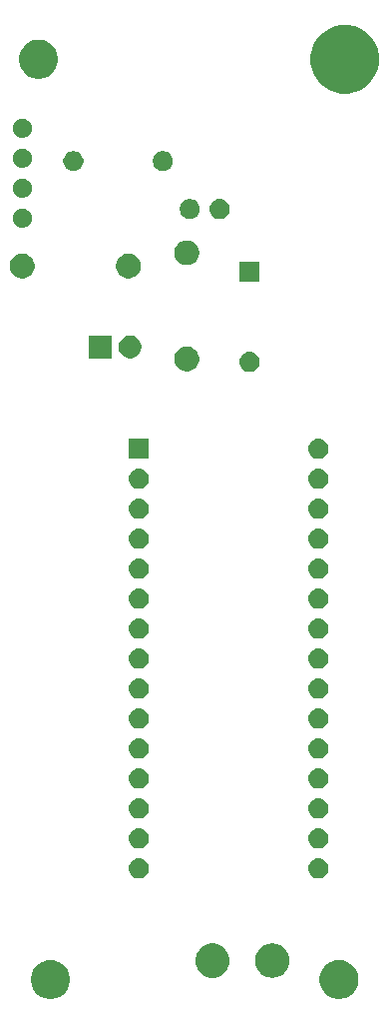
<source format=gbr>
G04 #@! TF.GenerationSoftware,KiCad,Pcbnew,5.0.2-bee76a0~70~ubuntu18.04.1*
G04 #@! TF.CreationDate,2019-09-26T12:35:27+02:00*
G04 #@! TF.ProjectId,mozzi_theremin_circuit,6d6f7a7a-695f-4746-9865-72656d696e5f,rev?*
G04 #@! TF.SameCoordinates,Original*
G04 #@! TF.FileFunction,Soldermask,Top*
G04 #@! TF.FilePolarity,Negative*
%FSLAX46Y46*%
G04 Gerber Fmt 4.6, Leading zero omitted, Abs format (unit mm)*
G04 Created by KiCad (PCBNEW 5.0.2-bee76a0~70~ubuntu18.04.1) date Thu 26 Sep 2019 12:35:27 PM CEST*
%MOMM*%
%LPD*%
G01*
G04 APERTURE LIST*
%ADD10C,0.100000*%
G04 APERTURE END LIST*
D10*
G36*
X118368730Y-132890000D02*
X118481579Y-132912447D01*
X118694037Y-133000450D01*
X118772405Y-133032911D01*
X118782042Y-133036903D01*
X118987886Y-133174444D01*
X119052454Y-133217587D01*
X119282413Y-133447546D01*
X119282415Y-133447549D01*
X119451121Y-133700034D01*
X119463098Y-133717960D01*
X119587553Y-134018422D01*
X119651000Y-134337389D01*
X119651000Y-134662611D01*
X119587553Y-134981578D01*
X119463098Y-135282040D01*
X119282413Y-135552454D01*
X119052454Y-135782413D01*
X119052451Y-135782415D01*
X118782042Y-135963097D01*
X118481579Y-136087553D01*
X118375256Y-136108702D01*
X118162611Y-136151000D01*
X117837389Y-136151000D01*
X117624744Y-136108702D01*
X117518421Y-136087553D01*
X117217958Y-135963097D01*
X116947549Y-135782415D01*
X116947546Y-135782413D01*
X116717587Y-135552454D01*
X116536902Y-135282040D01*
X116412447Y-134981578D01*
X116349000Y-134662611D01*
X116349000Y-134337389D01*
X116412447Y-134018422D01*
X116536902Y-133717960D01*
X116548880Y-133700034D01*
X116717585Y-133447549D01*
X116717587Y-133447546D01*
X116947546Y-133217587D01*
X117012114Y-133174444D01*
X117217958Y-133036903D01*
X117227596Y-133032911D01*
X117305963Y-133000450D01*
X117518421Y-132912447D01*
X117631270Y-132890000D01*
X117837389Y-132849000D01*
X118162611Y-132849000D01*
X118368730Y-132890000D01*
X118368730Y-132890000D01*
G37*
G36*
X93868730Y-132890000D02*
X93981579Y-132912447D01*
X94194037Y-133000450D01*
X94272405Y-133032911D01*
X94282042Y-133036903D01*
X94487886Y-133174444D01*
X94552454Y-133217587D01*
X94782413Y-133447546D01*
X94782415Y-133447549D01*
X94951121Y-133700034D01*
X94963098Y-133717960D01*
X95087553Y-134018422D01*
X95151000Y-134337389D01*
X95151000Y-134662611D01*
X95087553Y-134981578D01*
X94963098Y-135282040D01*
X94782413Y-135552454D01*
X94552454Y-135782413D01*
X94552451Y-135782415D01*
X94282042Y-135963097D01*
X93981579Y-136087553D01*
X93875256Y-136108702D01*
X93662611Y-136151000D01*
X93337389Y-136151000D01*
X93124744Y-136108702D01*
X93018421Y-136087553D01*
X92717958Y-135963097D01*
X92447549Y-135782415D01*
X92447546Y-135782413D01*
X92217587Y-135552454D01*
X92036902Y-135282040D01*
X91912447Y-134981578D01*
X91849000Y-134662611D01*
X91849000Y-134337389D01*
X91912447Y-134018422D01*
X92036902Y-133717960D01*
X92048880Y-133700034D01*
X92217585Y-133447549D01*
X92217587Y-133447546D01*
X92447546Y-133217587D01*
X92512114Y-133174444D01*
X92717958Y-133036903D01*
X92727596Y-133032911D01*
X92805963Y-133000450D01*
X93018421Y-132912447D01*
X93131270Y-132890000D01*
X93337389Y-132849000D01*
X93662611Y-132849000D01*
X93868730Y-132890000D01*
X93868730Y-132890000D01*
G37*
G36*
X112517861Y-131449498D02*
X112624446Y-131459995D01*
X112806789Y-131515308D01*
X112897961Y-131542965D01*
X113012410Y-131604140D01*
X113150033Y-131677701D01*
X113370976Y-131859024D01*
X113552298Y-132079966D01*
X113687035Y-132332039D01*
X113687035Y-132332040D01*
X113770005Y-132605554D01*
X113798020Y-132890000D01*
X113770005Y-133174446D01*
X113756918Y-133217587D01*
X113687035Y-133447961D01*
X113615016Y-133582697D01*
X113552299Y-133700033D01*
X113370976Y-133920976D01*
X113150033Y-134102299D01*
X113032697Y-134165016D01*
X112897961Y-134237035D01*
X112806789Y-134264692D01*
X112624446Y-134320005D01*
X112517861Y-134330503D01*
X112411278Y-134341000D01*
X112268722Y-134341000D01*
X112162139Y-134330503D01*
X112055554Y-134320005D01*
X111873211Y-134264692D01*
X111782039Y-134237035D01*
X111647303Y-134165016D01*
X111529967Y-134102299D01*
X111309024Y-133920976D01*
X111127701Y-133700033D01*
X111064984Y-133582697D01*
X110992965Y-133447961D01*
X110923082Y-133217587D01*
X110909995Y-133174446D01*
X110881980Y-132890000D01*
X110909995Y-132605554D01*
X110992965Y-132332040D01*
X110992965Y-132332039D01*
X111127702Y-132079966D01*
X111309024Y-131859024D01*
X111529967Y-131677701D01*
X111667590Y-131604140D01*
X111782039Y-131542965D01*
X111873211Y-131515308D01*
X112055554Y-131459995D01*
X112162139Y-131449498D01*
X112268722Y-131439000D01*
X112411278Y-131439000D01*
X112517861Y-131449498D01*
X112517861Y-131449498D01*
G37*
G36*
X107683238Y-131494760D02*
X107683240Y-131494761D01*
X107683241Y-131494761D01*
X107947306Y-131604140D01*
X108057399Y-131677702D01*
X108184962Y-131762937D01*
X108387063Y-131965038D01*
X108387065Y-131965041D01*
X108545860Y-132202694D01*
X108655239Y-132466759D01*
X108655240Y-132466762D01*
X108711000Y-132747088D01*
X108711000Y-133032912D01*
X108682848Y-133174444D01*
X108655239Y-133313241D01*
X108545860Y-133577306D01*
X108451879Y-133717958D01*
X108387063Y-133814962D01*
X108184962Y-134017063D01*
X108184959Y-134017065D01*
X107947306Y-134175860D01*
X107683241Y-134285239D01*
X107683240Y-134285239D01*
X107683238Y-134285240D01*
X107402912Y-134341000D01*
X107117088Y-134341000D01*
X106836762Y-134285240D01*
X106836760Y-134285239D01*
X106836759Y-134285239D01*
X106572694Y-134175860D01*
X106335041Y-134017065D01*
X106335038Y-134017063D01*
X106132937Y-133814962D01*
X106068121Y-133717958D01*
X105974140Y-133577306D01*
X105864761Y-133313241D01*
X105837153Y-133174444D01*
X105809000Y-133032912D01*
X105809000Y-132747088D01*
X105864760Y-132466762D01*
X105864761Y-132466759D01*
X105974140Y-132202694D01*
X106132935Y-131965041D01*
X106132937Y-131965038D01*
X106335038Y-131762937D01*
X106462601Y-131677702D01*
X106572694Y-131604140D01*
X106836759Y-131494761D01*
X106836760Y-131494761D01*
X106836762Y-131494760D01*
X107117088Y-131439000D01*
X107402912Y-131439000D01*
X107683238Y-131494760D01*
X107683238Y-131494760D01*
G37*
G36*
X101188011Y-124246227D02*
X101188014Y-124246228D01*
X101188015Y-124246228D01*
X101348429Y-124294889D01*
X101348431Y-124294890D01*
X101348434Y-124294891D01*
X101496268Y-124373909D01*
X101625849Y-124480255D01*
X101732195Y-124609836D01*
X101811213Y-124757670D01*
X101859877Y-124918093D01*
X101876307Y-125084914D01*
X101859877Y-125251735D01*
X101811213Y-125412158D01*
X101732195Y-125559992D01*
X101625849Y-125689573D01*
X101496268Y-125795919D01*
X101348434Y-125874937D01*
X101348431Y-125874938D01*
X101348429Y-125874939D01*
X101188015Y-125923600D01*
X101188014Y-125923600D01*
X101188011Y-125923601D01*
X101062994Y-125935914D01*
X100979386Y-125935914D01*
X100854369Y-125923601D01*
X100854366Y-125923600D01*
X100854365Y-125923600D01*
X100693951Y-125874939D01*
X100693949Y-125874938D01*
X100693946Y-125874937D01*
X100546112Y-125795919D01*
X100416531Y-125689573D01*
X100310185Y-125559992D01*
X100231167Y-125412158D01*
X100182503Y-125251735D01*
X100166073Y-125084914D01*
X100182503Y-124918093D01*
X100231167Y-124757670D01*
X100310185Y-124609836D01*
X100416531Y-124480255D01*
X100546112Y-124373909D01*
X100693946Y-124294891D01*
X100693949Y-124294890D01*
X100693951Y-124294889D01*
X100854365Y-124246228D01*
X100854366Y-124246228D01*
X100854369Y-124246227D01*
X100979386Y-124233914D01*
X101062994Y-124233914D01*
X101188011Y-124246227D01*
X101188011Y-124246227D01*
G37*
G36*
X116428011Y-124246227D02*
X116428014Y-124246228D01*
X116428015Y-124246228D01*
X116588429Y-124294889D01*
X116588431Y-124294890D01*
X116588434Y-124294891D01*
X116736268Y-124373909D01*
X116865849Y-124480255D01*
X116972195Y-124609836D01*
X117051213Y-124757670D01*
X117099877Y-124918093D01*
X117116307Y-125084914D01*
X117099877Y-125251735D01*
X117051213Y-125412158D01*
X116972195Y-125559992D01*
X116865849Y-125689573D01*
X116736268Y-125795919D01*
X116588434Y-125874937D01*
X116588431Y-125874938D01*
X116588429Y-125874939D01*
X116428015Y-125923600D01*
X116428014Y-125923600D01*
X116428011Y-125923601D01*
X116302994Y-125935914D01*
X116219386Y-125935914D01*
X116094369Y-125923601D01*
X116094366Y-125923600D01*
X116094365Y-125923600D01*
X115933951Y-125874939D01*
X115933949Y-125874938D01*
X115933946Y-125874937D01*
X115786112Y-125795919D01*
X115656531Y-125689573D01*
X115550185Y-125559992D01*
X115471167Y-125412158D01*
X115422503Y-125251735D01*
X115406073Y-125084914D01*
X115422503Y-124918093D01*
X115471167Y-124757670D01*
X115550185Y-124609836D01*
X115656531Y-124480255D01*
X115786112Y-124373909D01*
X115933946Y-124294891D01*
X115933949Y-124294890D01*
X115933951Y-124294889D01*
X116094365Y-124246228D01*
X116094366Y-124246228D01*
X116094369Y-124246227D01*
X116219386Y-124233914D01*
X116302994Y-124233914D01*
X116428011Y-124246227D01*
X116428011Y-124246227D01*
G37*
G36*
X116428011Y-121706227D02*
X116428014Y-121706228D01*
X116428015Y-121706228D01*
X116588429Y-121754889D01*
X116588431Y-121754890D01*
X116588434Y-121754891D01*
X116736268Y-121833909D01*
X116865849Y-121940255D01*
X116972195Y-122069836D01*
X117051213Y-122217670D01*
X117099877Y-122378093D01*
X117116307Y-122544914D01*
X117099877Y-122711735D01*
X117051213Y-122872158D01*
X116972195Y-123019992D01*
X116865849Y-123149573D01*
X116736268Y-123255919D01*
X116588434Y-123334937D01*
X116588431Y-123334938D01*
X116588429Y-123334939D01*
X116428015Y-123383600D01*
X116428014Y-123383600D01*
X116428011Y-123383601D01*
X116302994Y-123395914D01*
X116219386Y-123395914D01*
X116094369Y-123383601D01*
X116094366Y-123383600D01*
X116094365Y-123383600D01*
X115933951Y-123334939D01*
X115933949Y-123334938D01*
X115933946Y-123334937D01*
X115786112Y-123255919D01*
X115656531Y-123149573D01*
X115550185Y-123019992D01*
X115471167Y-122872158D01*
X115422503Y-122711735D01*
X115406073Y-122544914D01*
X115422503Y-122378093D01*
X115471167Y-122217670D01*
X115550185Y-122069836D01*
X115656531Y-121940255D01*
X115786112Y-121833909D01*
X115933946Y-121754891D01*
X115933949Y-121754890D01*
X115933951Y-121754889D01*
X116094365Y-121706228D01*
X116094366Y-121706228D01*
X116094369Y-121706227D01*
X116219386Y-121693914D01*
X116302994Y-121693914D01*
X116428011Y-121706227D01*
X116428011Y-121706227D01*
G37*
G36*
X101188011Y-121706227D02*
X101188014Y-121706228D01*
X101188015Y-121706228D01*
X101348429Y-121754889D01*
X101348431Y-121754890D01*
X101348434Y-121754891D01*
X101496268Y-121833909D01*
X101625849Y-121940255D01*
X101732195Y-122069836D01*
X101811213Y-122217670D01*
X101859877Y-122378093D01*
X101876307Y-122544914D01*
X101859877Y-122711735D01*
X101811213Y-122872158D01*
X101732195Y-123019992D01*
X101625849Y-123149573D01*
X101496268Y-123255919D01*
X101348434Y-123334937D01*
X101348431Y-123334938D01*
X101348429Y-123334939D01*
X101188015Y-123383600D01*
X101188014Y-123383600D01*
X101188011Y-123383601D01*
X101062994Y-123395914D01*
X100979386Y-123395914D01*
X100854369Y-123383601D01*
X100854366Y-123383600D01*
X100854365Y-123383600D01*
X100693951Y-123334939D01*
X100693949Y-123334938D01*
X100693946Y-123334937D01*
X100546112Y-123255919D01*
X100416531Y-123149573D01*
X100310185Y-123019992D01*
X100231167Y-122872158D01*
X100182503Y-122711735D01*
X100166073Y-122544914D01*
X100182503Y-122378093D01*
X100231167Y-122217670D01*
X100310185Y-122069836D01*
X100416531Y-121940255D01*
X100546112Y-121833909D01*
X100693946Y-121754891D01*
X100693949Y-121754890D01*
X100693951Y-121754889D01*
X100854365Y-121706228D01*
X100854366Y-121706228D01*
X100854369Y-121706227D01*
X100979386Y-121693914D01*
X101062994Y-121693914D01*
X101188011Y-121706227D01*
X101188011Y-121706227D01*
G37*
G36*
X116428011Y-119166227D02*
X116428014Y-119166228D01*
X116428015Y-119166228D01*
X116588429Y-119214889D01*
X116588431Y-119214890D01*
X116588434Y-119214891D01*
X116736268Y-119293909D01*
X116865849Y-119400255D01*
X116972195Y-119529836D01*
X117051213Y-119677670D01*
X117099877Y-119838093D01*
X117116307Y-120004914D01*
X117099877Y-120171735D01*
X117051213Y-120332158D01*
X116972195Y-120479992D01*
X116865849Y-120609573D01*
X116736268Y-120715919D01*
X116588434Y-120794937D01*
X116588431Y-120794938D01*
X116588429Y-120794939D01*
X116428015Y-120843600D01*
X116428014Y-120843600D01*
X116428011Y-120843601D01*
X116302994Y-120855914D01*
X116219386Y-120855914D01*
X116094369Y-120843601D01*
X116094366Y-120843600D01*
X116094365Y-120843600D01*
X115933951Y-120794939D01*
X115933949Y-120794938D01*
X115933946Y-120794937D01*
X115786112Y-120715919D01*
X115656531Y-120609573D01*
X115550185Y-120479992D01*
X115471167Y-120332158D01*
X115422503Y-120171735D01*
X115406073Y-120004914D01*
X115422503Y-119838093D01*
X115471167Y-119677670D01*
X115550185Y-119529836D01*
X115656531Y-119400255D01*
X115786112Y-119293909D01*
X115933946Y-119214891D01*
X115933949Y-119214890D01*
X115933951Y-119214889D01*
X116094365Y-119166228D01*
X116094366Y-119166228D01*
X116094369Y-119166227D01*
X116219386Y-119153914D01*
X116302994Y-119153914D01*
X116428011Y-119166227D01*
X116428011Y-119166227D01*
G37*
G36*
X101188011Y-119166227D02*
X101188014Y-119166228D01*
X101188015Y-119166228D01*
X101348429Y-119214889D01*
X101348431Y-119214890D01*
X101348434Y-119214891D01*
X101496268Y-119293909D01*
X101625849Y-119400255D01*
X101732195Y-119529836D01*
X101811213Y-119677670D01*
X101859877Y-119838093D01*
X101876307Y-120004914D01*
X101859877Y-120171735D01*
X101811213Y-120332158D01*
X101732195Y-120479992D01*
X101625849Y-120609573D01*
X101496268Y-120715919D01*
X101348434Y-120794937D01*
X101348431Y-120794938D01*
X101348429Y-120794939D01*
X101188015Y-120843600D01*
X101188014Y-120843600D01*
X101188011Y-120843601D01*
X101062994Y-120855914D01*
X100979386Y-120855914D01*
X100854369Y-120843601D01*
X100854366Y-120843600D01*
X100854365Y-120843600D01*
X100693951Y-120794939D01*
X100693949Y-120794938D01*
X100693946Y-120794937D01*
X100546112Y-120715919D01*
X100416531Y-120609573D01*
X100310185Y-120479992D01*
X100231167Y-120332158D01*
X100182503Y-120171735D01*
X100166073Y-120004914D01*
X100182503Y-119838093D01*
X100231167Y-119677670D01*
X100310185Y-119529836D01*
X100416531Y-119400255D01*
X100546112Y-119293909D01*
X100693946Y-119214891D01*
X100693949Y-119214890D01*
X100693951Y-119214889D01*
X100854365Y-119166228D01*
X100854366Y-119166228D01*
X100854369Y-119166227D01*
X100979386Y-119153914D01*
X101062994Y-119153914D01*
X101188011Y-119166227D01*
X101188011Y-119166227D01*
G37*
G36*
X101188011Y-116626227D02*
X101188014Y-116626228D01*
X101188015Y-116626228D01*
X101348429Y-116674889D01*
X101348431Y-116674890D01*
X101348434Y-116674891D01*
X101496268Y-116753909D01*
X101625849Y-116860255D01*
X101732195Y-116989836D01*
X101811213Y-117137670D01*
X101859877Y-117298093D01*
X101876307Y-117464914D01*
X101859877Y-117631735D01*
X101811213Y-117792158D01*
X101732195Y-117939992D01*
X101625849Y-118069573D01*
X101496268Y-118175919D01*
X101348434Y-118254937D01*
X101348431Y-118254938D01*
X101348429Y-118254939D01*
X101188015Y-118303600D01*
X101188014Y-118303600D01*
X101188011Y-118303601D01*
X101062994Y-118315914D01*
X100979386Y-118315914D01*
X100854369Y-118303601D01*
X100854366Y-118303600D01*
X100854365Y-118303600D01*
X100693951Y-118254939D01*
X100693949Y-118254938D01*
X100693946Y-118254937D01*
X100546112Y-118175919D01*
X100416531Y-118069573D01*
X100310185Y-117939992D01*
X100231167Y-117792158D01*
X100182503Y-117631735D01*
X100166073Y-117464914D01*
X100182503Y-117298093D01*
X100231167Y-117137670D01*
X100310185Y-116989836D01*
X100416531Y-116860255D01*
X100546112Y-116753909D01*
X100693946Y-116674891D01*
X100693949Y-116674890D01*
X100693951Y-116674889D01*
X100854365Y-116626228D01*
X100854366Y-116626228D01*
X100854369Y-116626227D01*
X100979386Y-116613914D01*
X101062994Y-116613914D01*
X101188011Y-116626227D01*
X101188011Y-116626227D01*
G37*
G36*
X116428011Y-116626227D02*
X116428014Y-116626228D01*
X116428015Y-116626228D01*
X116588429Y-116674889D01*
X116588431Y-116674890D01*
X116588434Y-116674891D01*
X116736268Y-116753909D01*
X116865849Y-116860255D01*
X116972195Y-116989836D01*
X117051213Y-117137670D01*
X117099877Y-117298093D01*
X117116307Y-117464914D01*
X117099877Y-117631735D01*
X117051213Y-117792158D01*
X116972195Y-117939992D01*
X116865849Y-118069573D01*
X116736268Y-118175919D01*
X116588434Y-118254937D01*
X116588431Y-118254938D01*
X116588429Y-118254939D01*
X116428015Y-118303600D01*
X116428014Y-118303600D01*
X116428011Y-118303601D01*
X116302994Y-118315914D01*
X116219386Y-118315914D01*
X116094369Y-118303601D01*
X116094366Y-118303600D01*
X116094365Y-118303600D01*
X115933951Y-118254939D01*
X115933949Y-118254938D01*
X115933946Y-118254937D01*
X115786112Y-118175919D01*
X115656531Y-118069573D01*
X115550185Y-117939992D01*
X115471167Y-117792158D01*
X115422503Y-117631735D01*
X115406073Y-117464914D01*
X115422503Y-117298093D01*
X115471167Y-117137670D01*
X115550185Y-116989836D01*
X115656531Y-116860255D01*
X115786112Y-116753909D01*
X115933946Y-116674891D01*
X115933949Y-116674890D01*
X115933951Y-116674889D01*
X116094365Y-116626228D01*
X116094366Y-116626228D01*
X116094369Y-116626227D01*
X116219386Y-116613914D01*
X116302994Y-116613914D01*
X116428011Y-116626227D01*
X116428011Y-116626227D01*
G37*
G36*
X116428011Y-114086227D02*
X116428014Y-114086228D01*
X116428015Y-114086228D01*
X116588429Y-114134889D01*
X116588431Y-114134890D01*
X116588434Y-114134891D01*
X116736268Y-114213909D01*
X116865849Y-114320255D01*
X116972195Y-114449836D01*
X117051213Y-114597670D01*
X117099877Y-114758093D01*
X117116307Y-114924914D01*
X117099877Y-115091735D01*
X117051213Y-115252158D01*
X116972195Y-115399992D01*
X116865849Y-115529573D01*
X116736268Y-115635919D01*
X116588434Y-115714937D01*
X116588431Y-115714938D01*
X116588429Y-115714939D01*
X116428015Y-115763600D01*
X116428014Y-115763600D01*
X116428011Y-115763601D01*
X116302994Y-115775914D01*
X116219386Y-115775914D01*
X116094369Y-115763601D01*
X116094366Y-115763600D01*
X116094365Y-115763600D01*
X115933951Y-115714939D01*
X115933949Y-115714938D01*
X115933946Y-115714937D01*
X115786112Y-115635919D01*
X115656531Y-115529573D01*
X115550185Y-115399992D01*
X115471167Y-115252158D01*
X115422503Y-115091735D01*
X115406073Y-114924914D01*
X115422503Y-114758093D01*
X115471167Y-114597670D01*
X115550185Y-114449836D01*
X115656531Y-114320255D01*
X115786112Y-114213909D01*
X115933946Y-114134891D01*
X115933949Y-114134890D01*
X115933951Y-114134889D01*
X116094365Y-114086228D01*
X116094366Y-114086228D01*
X116094369Y-114086227D01*
X116219386Y-114073914D01*
X116302994Y-114073914D01*
X116428011Y-114086227D01*
X116428011Y-114086227D01*
G37*
G36*
X101188011Y-114086227D02*
X101188014Y-114086228D01*
X101188015Y-114086228D01*
X101348429Y-114134889D01*
X101348431Y-114134890D01*
X101348434Y-114134891D01*
X101496268Y-114213909D01*
X101625849Y-114320255D01*
X101732195Y-114449836D01*
X101811213Y-114597670D01*
X101859877Y-114758093D01*
X101876307Y-114924914D01*
X101859877Y-115091735D01*
X101811213Y-115252158D01*
X101732195Y-115399992D01*
X101625849Y-115529573D01*
X101496268Y-115635919D01*
X101348434Y-115714937D01*
X101348431Y-115714938D01*
X101348429Y-115714939D01*
X101188015Y-115763600D01*
X101188014Y-115763600D01*
X101188011Y-115763601D01*
X101062994Y-115775914D01*
X100979386Y-115775914D01*
X100854369Y-115763601D01*
X100854366Y-115763600D01*
X100854365Y-115763600D01*
X100693951Y-115714939D01*
X100693949Y-115714938D01*
X100693946Y-115714937D01*
X100546112Y-115635919D01*
X100416531Y-115529573D01*
X100310185Y-115399992D01*
X100231167Y-115252158D01*
X100182503Y-115091735D01*
X100166073Y-114924914D01*
X100182503Y-114758093D01*
X100231167Y-114597670D01*
X100310185Y-114449836D01*
X100416531Y-114320255D01*
X100546112Y-114213909D01*
X100693946Y-114134891D01*
X100693949Y-114134890D01*
X100693951Y-114134889D01*
X100854365Y-114086228D01*
X100854366Y-114086228D01*
X100854369Y-114086227D01*
X100979386Y-114073914D01*
X101062994Y-114073914D01*
X101188011Y-114086227D01*
X101188011Y-114086227D01*
G37*
G36*
X101188011Y-111546227D02*
X101188014Y-111546228D01*
X101188015Y-111546228D01*
X101348429Y-111594889D01*
X101348431Y-111594890D01*
X101348434Y-111594891D01*
X101496268Y-111673909D01*
X101625849Y-111780255D01*
X101732195Y-111909836D01*
X101811213Y-112057670D01*
X101859877Y-112218093D01*
X101876307Y-112384914D01*
X101859877Y-112551735D01*
X101811213Y-112712158D01*
X101732195Y-112859992D01*
X101625849Y-112989573D01*
X101496268Y-113095919D01*
X101348434Y-113174937D01*
X101348431Y-113174938D01*
X101348429Y-113174939D01*
X101188015Y-113223600D01*
X101188014Y-113223600D01*
X101188011Y-113223601D01*
X101062994Y-113235914D01*
X100979386Y-113235914D01*
X100854369Y-113223601D01*
X100854366Y-113223600D01*
X100854365Y-113223600D01*
X100693951Y-113174939D01*
X100693949Y-113174938D01*
X100693946Y-113174937D01*
X100546112Y-113095919D01*
X100416531Y-112989573D01*
X100310185Y-112859992D01*
X100231167Y-112712158D01*
X100182503Y-112551735D01*
X100166073Y-112384914D01*
X100182503Y-112218093D01*
X100231167Y-112057670D01*
X100310185Y-111909836D01*
X100416531Y-111780255D01*
X100546112Y-111673909D01*
X100693946Y-111594891D01*
X100693949Y-111594890D01*
X100693951Y-111594889D01*
X100854365Y-111546228D01*
X100854366Y-111546228D01*
X100854369Y-111546227D01*
X100979386Y-111533914D01*
X101062994Y-111533914D01*
X101188011Y-111546227D01*
X101188011Y-111546227D01*
G37*
G36*
X116428011Y-111546227D02*
X116428014Y-111546228D01*
X116428015Y-111546228D01*
X116588429Y-111594889D01*
X116588431Y-111594890D01*
X116588434Y-111594891D01*
X116736268Y-111673909D01*
X116865849Y-111780255D01*
X116972195Y-111909836D01*
X117051213Y-112057670D01*
X117099877Y-112218093D01*
X117116307Y-112384914D01*
X117099877Y-112551735D01*
X117051213Y-112712158D01*
X116972195Y-112859992D01*
X116865849Y-112989573D01*
X116736268Y-113095919D01*
X116588434Y-113174937D01*
X116588431Y-113174938D01*
X116588429Y-113174939D01*
X116428015Y-113223600D01*
X116428014Y-113223600D01*
X116428011Y-113223601D01*
X116302994Y-113235914D01*
X116219386Y-113235914D01*
X116094369Y-113223601D01*
X116094366Y-113223600D01*
X116094365Y-113223600D01*
X115933951Y-113174939D01*
X115933949Y-113174938D01*
X115933946Y-113174937D01*
X115786112Y-113095919D01*
X115656531Y-112989573D01*
X115550185Y-112859992D01*
X115471167Y-112712158D01*
X115422503Y-112551735D01*
X115406073Y-112384914D01*
X115422503Y-112218093D01*
X115471167Y-112057670D01*
X115550185Y-111909836D01*
X115656531Y-111780255D01*
X115786112Y-111673909D01*
X115933946Y-111594891D01*
X115933949Y-111594890D01*
X115933951Y-111594889D01*
X116094365Y-111546228D01*
X116094366Y-111546228D01*
X116094369Y-111546227D01*
X116219386Y-111533914D01*
X116302994Y-111533914D01*
X116428011Y-111546227D01*
X116428011Y-111546227D01*
G37*
G36*
X116428011Y-109006227D02*
X116428014Y-109006228D01*
X116428015Y-109006228D01*
X116588429Y-109054889D01*
X116588431Y-109054890D01*
X116588434Y-109054891D01*
X116736268Y-109133909D01*
X116865849Y-109240255D01*
X116972195Y-109369836D01*
X117051213Y-109517670D01*
X117099877Y-109678093D01*
X117116307Y-109844914D01*
X117099877Y-110011735D01*
X117051213Y-110172158D01*
X116972195Y-110319992D01*
X116865849Y-110449573D01*
X116736268Y-110555919D01*
X116588434Y-110634937D01*
X116588431Y-110634938D01*
X116588429Y-110634939D01*
X116428015Y-110683600D01*
X116428014Y-110683600D01*
X116428011Y-110683601D01*
X116302994Y-110695914D01*
X116219386Y-110695914D01*
X116094369Y-110683601D01*
X116094366Y-110683600D01*
X116094365Y-110683600D01*
X115933951Y-110634939D01*
X115933949Y-110634938D01*
X115933946Y-110634937D01*
X115786112Y-110555919D01*
X115656531Y-110449573D01*
X115550185Y-110319992D01*
X115471167Y-110172158D01*
X115422503Y-110011735D01*
X115406073Y-109844914D01*
X115422503Y-109678093D01*
X115471167Y-109517670D01*
X115550185Y-109369836D01*
X115656531Y-109240255D01*
X115786112Y-109133909D01*
X115933946Y-109054891D01*
X115933949Y-109054890D01*
X115933951Y-109054889D01*
X116094365Y-109006228D01*
X116094366Y-109006228D01*
X116094369Y-109006227D01*
X116219386Y-108993914D01*
X116302994Y-108993914D01*
X116428011Y-109006227D01*
X116428011Y-109006227D01*
G37*
G36*
X101188011Y-109006227D02*
X101188014Y-109006228D01*
X101188015Y-109006228D01*
X101348429Y-109054889D01*
X101348431Y-109054890D01*
X101348434Y-109054891D01*
X101496268Y-109133909D01*
X101625849Y-109240255D01*
X101732195Y-109369836D01*
X101811213Y-109517670D01*
X101859877Y-109678093D01*
X101876307Y-109844914D01*
X101859877Y-110011735D01*
X101811213Y-110172158D01*
X101732195Y-110319992D01*
X101625849Y-110449573D01*
X101496268Y-110555919D01*
X101348434Y-110634937D01*
X101348431Y-110634938D01*
X101348429Y-110634939D01*
X101188015Y-110683600D01*
X101188014Y-110683600D01*
X101188011Y-110683601D01*
X101062994Y-110695914D01*
X100979386Y-110695914D01*
X100854369Y-110683601D01*
X100854366Y-110683600D01*
X100854365Y-110683600D01*
X100693951Y-110634939D01*
X100693949Y-110634938D01*
X100693946Y-110634937D01*
X100546112Y-110555919D01*
X100416531Y-110449573D01*
X100310185Y-110319992D01*
X100231167Y-110172158D01*
X100182503Y-110011735D01*
X100166073Y-109844914D01*
X100182503Y-109678093D01*
X100231167Y-109517670D01*
X100310185Y-109369836D01*
X100416531Y-109240255D01*
X100546112Y-109133909D01*
X100693946Y-109054891D01*
X100693949Y-109054890D01*
X100693951Y-109054889D01*
X100854365Y-109006228D01*
X100854366Y-109006228D01*
X100854369Y-109006227D01*
X100979386Y-108993914D01*
X101062994Y-108993914D01*
X101188011Y-109006227D01*
X101188011Y-109006227D01*
G37*
G36*
X101188011Y-106466227D02*
X101188014Y-106466228D01*
X101188015Y-106466228D01*
X101348429Y-106514889D01*
X101348431Y-106514890D01*
X101348434Y-106514891D01*
X101496268Y-106593909D01*
X101625849Y-106700255D01*
X101732195Y-106829836D01*
X101811213Y-106977670D01*
X101859877Y-107138093D01*
X101876307Y-107304914D01*
X101859877Y-107471735D01*
X101811213Y-107632158D01*
X101732195Y-107779992D01*
X101625849Y-107909573D01*
X101496268Y-108015919D01*
X101348434Y-108094937D01*
X101348431Y-108094938D01*
X101348429Y-108094939D01*
X101188015Y-108143600D01*
X101188014Y-108143600D01*
X101188011Y-108143601D01*
X101062994Y-108155914D01*
X100979386Y-108155914D01*
X100854369Y-108143601D01*
X100854366Y-108143600D01*
X100854365Y-108143600D01*
X100693951Y-108094939D01*
X100693949Y-108094938D01*
X100693946Y-108094937D01*
X100546112Y-108015919D01*
X100416531Y-107909573D01*
X100310185Y-107779992D01*
X100231167Y-107632158D01*
X100182503Y-107471735D01*
X100166073Y-107304914D01*
X100182503Y-107138093D01*
X100231167Y-106977670D01*
X100310185Y-106829836D01*
X100416531Y-106700255D01*
X100546112Y-106593909D01*
X100693946Y-106514891D01*
X100693949Y-106514890D01*
X100693951Y-106514889D01*
X100854365Y-106466228D01*
X100854366Y-106466228D01*
X100854369Y-106466227D01*
X100979386Y-106453914D01*
X101062994Y-106453914D01*
X101188011Y-106466227D01*
X101188011Y-106466227D01*
G37*
G36*
X116428011Y-106466227D02*
X116428014Y-106466228D01*
X116428015Y-106466228D01*
X116588429Y-106514889D01*
X116588431Y-106514890D01*
X116588434Y-106514891D01*
X116736268Y-106593909D01*
X116865849Y-106700255D01*
X116972195Y-106829836D01*
X117051213Y-106977670D01*
X117099877Y-107138093D01*
X117116307Y-107304914D01*
X117099877Y-107471735D01*
X117051213Y-107632158D01*
X116972195Y-107779992D01*
X116865849Y-107909573D01*
X116736268Y-108015919D01*
X116588434Y-108094937D01*
X116588431Y-108094938D01*
X116588429Y-108094939D01*
X116428015Y-108143600D01*
X116428014Y-108143600D01*
X116428011Y-108143601D01*
X116302994Y-108155914D01*
X116219386Y-108155914D01*
X116094369Y-108143601D01*
X116094366Y-108143600D01*
X116094365Y-108143600D01*
X115933951Y-108094939D01*
X115933949Y-108094938D01*
X115933946Y-108094937D01*
X115786112Y-108015919D01*
X115656531Y-107909573D01*
X115550185Y-107779992D01*
X115471167Y-107632158D01*
X115422503Y-107471735D01*
X115406073Y-107304914D01*
X115422503Y-107138093D01*
X115471167Y-106977670D01*
X115550185Y-106829836D01*
X115656531Y-106700255D01*
X115786112Y-106593909D01*
X115933946Y-106514891D01*
X115933949Y-106514890D01*
X115933951Y-106514889D01*
X116094365Y-106466228D01*
X116094366Y-106466228D01*
X116094369Y-106466227D01*
X116219386Y-106453914D01*
X116302994Y-106453914D01*
X116428011Y-106466227D01*
X116428011Y-106466227D01*
G37*
G36*
X101188011Y-103926227D02*
X101188014Y-103926228D01*
X101188015Y-103926228D01*
X101348429Y-103974889D01*
X101348431Y-103974890D01*
X101348434Y-103974891D01*
X101496268Y-104053909D01*
X101625849Y-104160255D01*
X101732195Y-104289836D01*
X101811213Y-104437670D01*
X101859877Y-104598093D01*
X101876307Y-104764914D01*
X101859877Y-104931735D01*
X101811213Y-105092158D01*
X101732195Y-105239992D01*
X101625849Y-105369573D01*
X101496268Y-105475919D01*
X101348434Y-105554937D01*
X101348431Y-105554938D01*
X101348429Y-105554939D01*
X101188015Y-105603600D01*
X101188014Y-105603600D01*
X101188011Y-105603601D01*
X101062994Y-105615914D01*
X100979386Y-105615914D01*
X100854369Y-105603601D01*
X100854366Y-105603600D01*
X100854365Y-105603600D01*
X100693951Y-105554939D01*
X100693949Y-105554938D01*
X100693946Y-105554937D01*
X100546112Y-105475919D01*
X100416531Y-105369573D01*
X100310185Y-105239992D01*
X100231167Y-105092158D01*
X100182503Y-104931735D01*
X100166073Y-104764914D01*
X100182503Y-104598093D01*
X100231167Y-104437670D01*
X100310185Y-104289836D01*
X100416531Y-104160255D01*
X100546112Y-104053909D01*
X100693946Y-103974891D01*
X100693949Y-103974890D01*
X100693951Y-103974889D01*
X100854365Y-103926228D01*
X100854366Y-103926228D01*
X100854369Y-103926227D01*
X100979386Y-103913914D01*
X101062994Y-103913914D01*
X101188011Y-103926227D01*
X101188011Y-103926227D01*
G37*
G36*
X116428011Y-103926227D02*
X116428014Y-103926228D01*
X116428015Y-103926228D01*
X116588429Y-103974889D01*
X116588431Y-103974890D01*
X116588434Y-103974891D01*
X116736268Y-104053909D01*
X116865849Y-104160255D01*
X116972195Y-104289836D01*
X117051213Y-104437670D01*
X117099877Y-104598093D01*
X117116307Y-104764914D01*
X117099877Y-104931735D01*
X117051213Y-105092158D01*
X116972195Y-105239992D01*
X116865849Y-105369573D01*
X116736268Y-105475919D01*
X116588434Y-105554937D01*
X116588431Y-105554938D01*
X116588429Y-105554939D01*
X116428015Y-105603600D01*
X116428014Y-105603600D01*
X116428011Y-105603601D01*
X116302994Y-105615914D01*
X116219386Y-105615914D01*
X116094369Y-105603601D01*
X116094366Y-105603600D01*
X116094365Y-105603600D01*
X115933951Y-105554939D01*
X115933949Y-105554938D01*
X115933946Y-105554937D01*
X115786112Y-105475919D01*
X115656531Y-105369573D01*
X115550185Y-105239992D01*
X115471167Y-105092158D01*
X115422503Y-104931735D01*
X115406073Y-104764914D01*
X115422503Y-104598093D01*
X115471167Y-104437670D01*
X115550185Y-104289836D01*
X115656531Y-104160255D01*
X115786112Y-104053909D01*
X115933946Y-103974891D01*
X115933949Y-103974890D01*
X115933951Y-103974889D01*
X116094365Y-103926228D01*
X116094366Y-103926228D01*
X116094369Y-103926227D01*
X116219386Y-103913914D01*
X116302994Y-103913914D01*
X116428011Y-103926227D01*
X116428011Y-103926227D01*
G37*
G36*
X116428011Y-101386227D02*
X116428014Y-101386228D01*
X116428015Y-101386228D01*
X116588429Y-101434889D01*
X116588431Y-101434890D01*
X116588434Y-101434891D01*
X116736268Y-101513909D01*
X116865849Y-101620255D01*
X116972195Y-101749836D01*
X117051213Y-101897670D01*
X117099877Y-102058093D01*
X117116307Y-102224914D01*
X117099877Y-102391735D01*
X117051213Y-102552158D01*
X116972195Y-102699992D01*
X116865849Y-102829573D01*
X116736268Y-102935919D01*
X116588434Y-103014937D01*
X116588431Y-103014938D01*
X116588429Y-103014939D01*
X116428015Y-103063600D01*
X116428014Y-103063600D01*
X116428011Y-103063601D01*
X116302994Y-103075914D01*
X116219386Y-103075914D01*
X116094369Y-103063601D01*
X116094366Y-103063600D01*
X116094365Y-103063600D01*
X115933951Y-103014939D01*
X115933949Y-103014938D01*
X115933946Y-103014937D01*
X115786112Y-102935919D01*
X115656531Y-102829573D01*
X115550185Y-102699992D01*
X115471167Y-102552158D01*
X115422503Y-102391735D01*
X115406073Y-102224914D01*
X115422503Y-102058093D01*
X115471167Y-101897670D01*
X115550185Y-101749836D01*
X115656531Y-101620255D01*
X115786112Y-101513909D01*
X115933946Y-101434891D01*
X115933949Y-101434890D01*
X115933951Y-101434889D01*
X116094365Y-101386228D01*
X116094366Y-101386228D01*
X116094369Y-101386227D01*
X116219386Y-101373914D01*
X116302994Y-101373914D01*
X116428011Y-101386227D01*
X116428011Y-101386227D01*
G37*
G36*
X101188011Y-101386227D02*
X101188014Y-101386228D01*
X101188015Y-101386228D01*
X101348429Y-101434889D01*
X101348431Y-101434890D01*
X101348434Y-101434891D01*
X101496268Y-101513909D01*
X101625849Y-101620255D01*
X101732195Y-101749836D01*
X101811213Y-101897670D01*
X101859877Y-102058093D01*
X101876307Y-102224914D01*
X101859877Y-102391735D01*
X101811213Y-102552158D01*
X101732195Y-102699992D01*
X101625849Y-102829573D01*
X101496268Y-102935919D01*
X101348434Y-103014937D01*
X101348431Y-103014938D01*
X101348429Y-103014939D01*
X101188015Y-103063600D01*
X101188014Y-103063600D01*
X101188011Y-103063601D01*
X101062994Y-103075914D01*
X100979386Y-103075914D01*
X100854369Y-103063601D01*
X100854366Y-103063600D01*
X100854365Y-103063600D01*
X100693951Y-103014939D01*
X100693949Y-103014938D01*
X100693946Y-103014937D01*
X100546112Y-102935919D01*
X100416531Y-102829573D01*
X100310185Y-102699992D01*
X100231167Y-102552158D01*
X100182503Y-102391735D01*
X100166073Y-102224914D01*
X100182503Y-102058093D01*
X100231167Y-101897670D01*
X100310185Y-101749836D01*
X100416531Y-101620255D01*
X100546112Y-101513909D01*
X100693946Y-101434891D01*
X100693949Y-101434890D01*
X100693951Y-101434889D01*
X100854365Y-101386228D01*
X100854366Y-101386228D01*
X100854369Y-101386227D01*
X100979386Y-101373914D01*
X101062994Y-101373914D01*
X101188011Y-101386227D01*
X101188011Y-101386227D01*
G37*
G36*
X101188011Y-98846227D02*
X101188014Y-98846228D01*
X101188015Y-98846228D01*
X101348429Y-98894889D01*
X101348431Y-98894890D01*
X101348434Y-98894891D01*
X101496268Y-98973909D01*
X101625849Y-99080255D01*
X101732195Y-99209836D01*
X101811213Y-99357670D01*
X101859877Y-99518093D01*
X101876307Y-99684914D01*
X101859877Y-99851735D01*
X101811213Y-100012158D01*
X101732195Y-100159992D01*
X101625849Y-100289573D01*
X101496268Y-100395919D01*
X101348434Y-100474937D01*
X101348431Y-100474938D01*
X101348429Y-100474939D01*
X101188015Y-100523600D01*
X101188014Y-100523600D01*
X101188011Y-100523601D01*
X101062994Y-100535914D01*
X100979386Y-100535914D01*
X100854369Y-100523601D01*
X100854366Y-100523600D01*
X100854365Y-100523600D01*
X100693951Y-100474939D01*
X100693949Y-100474938D01*
X100693946Y-100474937D01*
X100546112Y-100395919D01*
X100416531Y-100289573D01*
X100310185Y-100159992D01*
X100231167Y-100012158D01*
X100182503Y-99851735D01*
X100166073Y-99684914D01*
X100182503Y-99518093D01*
X100231167Y-99357670D01*
X100310185Y-99209836D01*
X100416531Y-99080255D01*
X100546112Y-98973909D01*
X100693946Y-98894891D01*
X100693949Y-98894890D01*
X100693951Y-98894889D01*
X100854365Y-98846228D01*
X100854366Y-98846228D01*
X100854369Y-98846227D01*
X100979386Y-98833914D01*
X101062994Y-98833914D01*
X101188011Y-98846227D01*
X101188011Y-98846227D01*
G37*
G36*
X116428011Y-98846227D02*
X116428014Y-98846228D01*
X116428015Y-98846228D01*
X116588429Y-98894889D01*
X116588431Y-98894890D01*
X116588434Y-98894891D01*
X116736268Y-98973909D01*
X116865849Y-99080255D01*
X116972195Y-99209836D01*
X117051213Y-99357670D01*
X117099877Y-99518093D01*
X117116307Y-99684914D01*
X117099877Y-99851735D01*
X117051213Y-100012158D01*
X116972195Y-100159992D01*
X116865849Y-100289573D01*
X116736268Y-100395919D01*
X116588434Y-100474937D01*
X116588431Y-100474938D01*
X116588429Y-100474939D01*
X116428015Y-100523600D01*
X116428014Y-100523600D01*
X116428011Y-100523601D01*
X116302994Y-100535914D01*
X116219386Y-100535914D01*
X116094369Y-100523601D01*
X116094366Y-100523600D01*
X116094365Y-100523600D01*
X115933951Y-100474939D01*
X115933949Y-100474938D01*
X115933946Y-100474937D01*
X115786112Y-100395919D01*
X115656531Y-100289573D01*
X115550185Y-100159992D01*
X115471167Y-100012158D01*
X115422503Y-99851735D01*
X115406073Y-99684914D01*
X115422503Y-99518093D01*
X115471167Y-99357670D01*
X115550185Y-99209836D01*
X115656531Y-99080255D01*
X115786112Y-98973909D01*
X115933946Y-98894891D01*
X115933949Y-98894890D01*
X115933951Y-98894889D01*
X116094365Y-98846228D01*
X116094366Y-98846228D01*
X116094369Y-98846227D01*
X116219386Y-98833914D01*
X116302994Y-98833914D01*
X116428011Y-98846227D01*
X116428011Y-98846227D01*
G37*
G36*
X116428011Y-96306227D02*
X116428014Y-96306228D01*
X116428015Y-96306228D01*
X116588429Y-96354889D01*
X116588431Y-96354890D01*
X116588434Y-96354891D01*
X116736268Y-96433909D01*
X116865849Y-96540255D01*
X116972195Y-96669836D01*
X117051213Y-96817670D01*
X117099877Y-96978093D01*
X117116307Y-97144914D01*
X117099877Y-97311735D01*
X117051213Y-97472158D01*
X116972195Y-97619992D01*
X116865849Y-97749573D01*
X116736268Y-97855919D01*
X116588434Y-97934937D01*
X116588431Y-97934938D01*
X116588429Y-97934939D01*
X116428015Y-97983600D01*
X116428014Y-97983600D01*
X116428011Y-97983601D01*
X116302994Y-97995914D01*
X116219386Y-97995914D01*
X116094369Y-97983601D01*
X116094366Y-97983600D01*
X116094365Y-97983600D01*
X115933951Y-97934939D01*
X115933949Y-97934938D01*
X115933946Y-97934937D01*
X115786112Y-97855919D01*
X115656531Y-97749573D01*
X115550185Y-97619992D01*
X115471167Y-97472158D01*
X115422503Y-97311735D01*
X115406073Y-97144914D01*
X115422503Y-96978093D01*
X115471167Y-96817670D01*
X115550185Y-96669836D01*
X115656531Y-96540255D01*
X115786112Y-96433909D01*
X115933946Y-96354891D01*
X115933949Y-96354890D01*
X115933951Y-96354889D01*
X116094365Y-96306228D01*
X116094366Y-96306228D01*
X116094369Y-96306227D01*
X116219386Y-96293914D01*
X116302994Y-96293914D01*
X116428011Y-96306227D01*
X116428011Y-96306227D01*
G37*
G36*
X101188011Y-96306227D02*
X101188014Y-96306228D01*
X101188015Y-96306228D01*
X101348429Y-96354889D01*
X101348431Y-96354890D01*
X101348434Y-96354891D01*
X101496268Y-96433909D01*
X101625849Y-96540255D01*
X101732195Y-96669836D01*
X101811213Y-96817670D01*
X101859877Y-96978093D01*
X101876307Y-97144914D01*
X101859877Y-97311735D01*
X101811213Y-97472158D01*
X101732195Y-97619992D01*
X101625849Y-97749573D01*
X101496268Y-97855919D01*
X101348434Y-97934937D01*
X101348431Y-97934938D01*
X101348429Y-97934939D01*
X101188015Y-97983600D01*
X101188014Y-97983600D01*
X101188011Y-97983601D01*
X101062994Y-97995914D01*
X100979386Y-97995914D01*
X100854369Y-97983601D01*
X100854366Y-97983600D01*
X100854365Y-97983600D01*
X100693951Y-97934939D01*
X100693949Y-97934938D01*
X100693946Y-97934937D01*
X100546112Y-97855919D01*
X100416531Y-97749573D01*
X100310185Y-97619992D01*
X100231167Y-97472158D01*
X100182503Y-97311735D01*
X100166073Y-97144914D01*
X100182503Y-96978093D01*
X100231167Y-96817670D01*
X100310185Y-96669836D01*
X100416531Y-96540255D01*
X100546112Y-96433909D01*
X100693946Y-96354891D01*
X100693949Y-96354890D01*
X100693951Y-96354889D01*
X100854365Y-96306228D01*
X100854366Y-96306228D01*
X100854369Y-96306227D01*
X100979386Y-96293914D01*
X101062994Y-96293914D01*
X101188011Y-96306227D01*
X101188011Y-96306227D01*
G37*
G36*
X116428011Y-93766227D02*
X116428014Y-93766228D01*
X116428015Y-93766228D01*
X116588429Y-93814889D01*
X116588431Y-93814890D01*
X116588434Y-93814891D01*
X116736268Y-93893909D01*
X116865849Y-94000255D01*
X116972195Y-94129836D01*
X117051213Y-94277670D01*
X117099877Y-94438093D01*
X117116307Y-94604914D01*
X117099877Y-94771735D01*
X117051213Y-94932158D01*
X116972195Y-95079992D01*
X116865849Y-95209573D01*
X116736268Y-95315919D01*
X116588434Y-95394937D01*
X116588431Y-95394938D01*
X116588429Y-95394939D01*
X116428015Y-95443600D01*
X116428014Y-95443600D01*
X116428011Y-95443601D01*
X116302994Y-95455914D01*
X116219386Y-95455914D01*
X116094369Y-95443601D01*
X116094366Y-95443600D01*
X116094365Y-95443600D01*
X115933951Y-95394939D01*
X115933949Y-95394938D01*
X115933946Y-95394937D01*
X115786112Y-95315919D01*
X115656531Y-95209573D01*
X115550185Y-95079992D01*
X115471167Y-94932158D01*
X115422503Y-94771735D01*
X115406073Y-94604914D01*
X115422503Y-94438093D01*
X115471167Y-94277670D01*
X115550185Y-94129836D01*
X115656531Y-94000255D01*
X115786112Y-93893909D01*
X115933946Y-93814891D01*
X115933949Y-93814890D01*
X115933951Y-93814889D01*
X116094365Y-93766228D01*
X116094366Y-93766228D01*
X116094369Y-93766227D01*
X116219386Y-93753914D01*
X116302994Y-93753914D01*
X116428011Y-93766227D01*
X116428011Y-93766227D01*
G37*
G36*
X101188011Y-93766227D02*
X101188014Y-93766228D01*
X101188015Y-93766228D01*
X101348429Y-93814889D01*
X101348431Y-93814890D01*
X101348434Y-93814891D01*
X101496268Y-93893909D01*
X101625849Y-94000255D01*
X101732195Y-94129836D01*
X101811213Y-94277670D01*
X101859877Y-94438093D01*
X101876307Y-94604914D01*
X101859877Y-94771735D01*
X101811213Y-94932158D01*
X101732195Y-95079992D01*
X101625849Y-95209573D01*
X101496268Y-95315919D01*
X101348434Y-95394937D01*
X101348431Y-95394938D01*
X101348429Y-95394939D01*
X101188015Y-95443600D01*
X101188014Y-95443600D01*
X101188011Y-95443601D01*
X101062994Y-95455914D01*
X100979386Y-95455914D01*
X100854369Y-95443601D01*
X100854366Y-95443600D01*
X100854365Y-95443600D01*
X100693951Y-95394939D01*
X100693949Y-95394938D01*
X100693946Y-95394937D01*
X100546112Y-95315919D01*
X100416531Y-95209573D01*
X100310185Y-95079992D01*
X100231167Y-94932158D01*
X100182503Y-94771735D01*
X100166073Y-94604914D01*
X100182503Y-94438093D01*
X100231167Y-94277670D01*
X100310185Y-94129836D01*
X100416531Y-94000255D01*
X100546112Y-93893909D01*
X100693946Y-93814891D01*
X100693949Y-93814890D01*
X100693951Y-93814889D01*
X100854365Y-93766228D01*
X100854366Y-93766228D01*
X100854369Y-93766227D01*
X100979386Y-93753914D01*
X101062994Y-93753914D01*
X101188011Y-93766227D01*
X101188011Y-93766227D01*
G37*
G36*
X101188011Y-91226227D02*
X101188014Y-91226228D01*
X101188015Y-91226228D01*
X101348429Y-91274889D01*
X101348431Y-91274890D01*
X101348434Y-91274891D01*
X101496268Y-91353909D01*
X101625849Y-91460255D01*
X101732195Y-91589836D01*
X101811213Y-91737670D01*
X101859877Y-91898093D01*
X101876307Y-92064914D01*
X101859877Y-92231735D01*
X101811213Y-92392158D01*
X101732195Y-92539992D01*
X101625849Y-92669573D01*
X101496268Y-92775919D01*
X101348434Y-92854937D01*
X101348431Y-92854938D01*
X101348429Y-92854939D01*
X101188015Y-92903600D01*
X101188014Y-92903600D01*
X101188011Y-92903601D01*
X101062994Y-92915914D01*
X100979386Y-92915914D01*
X100854369Y-92903601D01*
X100854366Y-92903600D01*
X100854365Y-92903600D01*
X100693951Y-92854939D01*
X100693949Y-92854938D01*
X100693946Y-92854937D01*
X100546112Y-92775919D01*
X100416531Y-92669573D01*
X100310185Y-92539992D01*
X100231167Y-92392158D01*
X100182503Y-92231735D01*
X100166073Y-92064914D01*
X100182503Y-91898093D01*
X100231167Y-91737670D01*
X100310185Y-91589836D01*
X100416531Y-91460255D01*
X100546112Y-91353909D01*
X100693946Y-91274891D01*
X100693949Y-91274890D01*
X100693951Y-91274889D01*
X100854365Y-91226228D01*
X100854366Y-91226228D01*
X100854369Y-91226227D01*
X100979386Y-91213914D01*
X101062994Y-91213914D01*
X101188011Y-91226227D01*
X101188011Y-91226227D01*
G37*
G36*
X116428011Y-91226227D02*
X116428014Y-91226228D01*
X116428015Y-91226228D01*
X116588429Y-91274889D01*
X116588431Y-91274890D01*
X116588434Y-91274891D01*
X116736268Y-91353909D01*
X116865849Y-91460255D01*
X116972195Y-91589836D01*
X117051213Y-91737670D01*
X117099877Y-91898093D01*
X117116307Y-92064914D01*
X117099877Y-92231735D01*
X117051213Y-92392158D01*
X116972195Y-92539992D01*
X116865849Y-92669573D01*
X116736268Y-92775919D01*
X116588434Y-92854937D01*
X116588431Y-92854938D01*
X116588429Y-92854939D01*
X116428015Y-92903600D01*
X116428014Y-92903600D01*
X116428011Y-92903601D01*
X116302994Y-92915914D01*
X116219386Y-92915914D01*
X116094369Y-92903601D01*
X116094366Y-92903600D01*
X116094365Y-92903600D01*
X115933951Y-92854939D01*
X115933949Y-92854938D01*
X115933946Y-92854937D01*
X115786112Y-92775919D01*
X115656531Y-92669573D01*
X115550185Y-92539992D01*
X115471167Y-92392158D01*
X115422503Y-92231735D01*
X115406073Y-92064914D01*
X115422503Y-91898093D01*
X115471167Y-91737670D01*
X115550185Y-91589836D01*
X115656531Y-91460255D01*
X115786112Y-91353909D01*
X115933946Y-91274891D01*
X115933949Y-91274890D01*
X115933951Y-91274889D01*
X116094365Y-91226228D01*
X116094366Y-91226228D01*
X116094369Y-91226227D01*
X116219386Y-91213914D01*
X116302994Y-91213914D01*
X116428011Y-91226227D01*
X116428011Y-91226227D01*
G37*
G36*
X101872190Y-90375914D02*
X100170190Y-90375914D01*
X100170190Y-88673914D01*
X101872190Y-88673914D01*
X101872190Y-90375914D01*
X101872190Y-90375914D01*
G37*
G36*
X116428011Y-88686227D02*
X116428014Y-88686228D01*
X116428015Y-88686228D01*
X116588429Y-88734889D01*
X116588431Y-88734890D01*
X116588434Y-88734891D01*
X116736268Y-88813909D01*
X116865849Y-88920255D01*
X116972195Y-89049836D01*
X117051213Y-89197670D01*
X117099877Y-89358093D01*
X117116307Y-89524914D01*
X117099877Y-89691735D01*
X117051213Y-89852158D01*
X116972195Y-89999992D01*
X116865849Y-90129573D01*
X116736268Y-90235919D01*
X116588434Y-90314937D01*
X116588431Y-90314938D01*
X116588429Y-90314939D01*
X116428015Y-90363600D01*
X116428014Y-90363600D01*
X116428011Y-90363601D01*
X116302994Y-90375914D01*
X116219386Y-90375914D01*
X116094369Y-90363601D01*
X116094366Y-90363600D01*
X116094365Y-90363600D01*
X115933951Y-90314939D01*
X115933949Y-90314938D01*
X115933946Y-90314937D01*
X115786112Y-90235919D01*
X115656531Y-90129573D01*
X115550185Y-89999992D01*
X115471167Y-89852158D01*
X115422503Y-89691735D01*
X115406073Y-89524914D01*
X115422503Y-89358093D01*
X115471167Y-89197670D01*
X115550185Y-89049836D01*
X115656531Y-88920255D01*
X115786112Y-88813909D01*
X115933946Y-88734891D01*
X115933949Y-88734890D01*
X115933951Y-88734889D01*
X116094365Y-88686228D01*
X116094366Y-88686228D01*
X116094369Y-88686227D01*
X116219386Y-88673914D01*
X116302994Y-88673914D01*
X116428011Y-88686227D01*
X116428011Y-88686227D01*
G37*
G36*
X110586011Y-81320227D02*
X110586014Y-81320228D01*
X110586015Y-81320228D01*
X110746429Y-81368889D01*
X110746431Y-81368890D01*
X110746434Y-81368891D01*
X110894268Y-81447909D01*
X111023849Y-81554255D01*
X111130195Y-81683836D01*
X111209213Y-81831670D01*
X111257877Y-81992093D01*
X111274307Y-82158914D01*
X111257877Y-82325735D01*
X111257876Y-82325738D01*
X111257876Y-82325739D01*
X111234516Y-82402748D01*
X111209213Y-82486158D01*
X111130195Y-82633992D01*
X111023849Y-82763573D01*
X110894268Y-82869919D01*
X110746434Y-82948937D01*
X110746431Y-82948938D01*
X110746429Y-82948939D01*
X110586015Y-82997600D01*
X110586014Y-82997600D01*
X110586011Y-82997601D01*
X110460994Y-83009914D01*
X110377386Y-83009914D01*
X110252369Y-82997601D01*
X110252366Y-82997600D01*
X110252365Y-82997600D01*
X110091951Y-82948939D01*
X110091949Y-82948938D01*
X110091946Y-82948937D01*
X109944112Y-82869919D01*
X109814531Y-82763573D01*
X109708185Y-82633992D01*
X109629167Y-82486158D01*
X109603865Y-82402748D01*
X109580504Y-82325739D01*
X109580504Y-82325738D01*
X109580503Y-82325735D01*
X109564073Y-82158914D01*
X109580503Y-81992093D01*
X109629167Y-81831670D01*
X109708185Y-81683836D01*
X109814531Y-81554255D01*
X109944112Y-81447909D01*
X110091946Y-81368891D01*
X110091949Y-81368890D01*
X110091951Y-81368889D01*
X110252365Y-81320228D01*
X110252366Y-81320228D01*
X110252369Y-81320227D01*
X110377386Y-81307914D01*
X110460994Y-81307914D01*
X110586011Y-81320227D01*
X110586011Y-81320227D01*
G37*
G36*
X105391755Y-80894303D02*
X105583024Y-80973529D01*
X105755166Y-81088551D01*
X105901553Y-81234938D01*
X106016575Y-81407080D01*
X106095801Y-81598349D01*
X106136190Y-81801398D01*
X106136190Y-82008430D01*
X106095801Y-82211479D01*
X106016575Y-82402748D01*
X105901553Y-82574890D01*
X105755166Y-82721277D01*
X105583024Y-82836299D01*
X105391755Y-82915525D01*
X105188706Y-82955914D01*
X104981674Y-82955914D01*
X104778625Y-82915525D01*
X104587356Y-82836299D01*
X104415214Y-82721277D01*
X104268827Y-82574890D01*
X104153805Y-82402748D01*
X104074579Y-82211479D01*
X104034190Y-82008430D01*
X104034190Y-81801398D01*
X104074579Y-81598349D01*
X104153805Y-81407080D01*
X104268827Y-81234938D01*
X104415214Y-81088551D01*
X104587356Y-80973529D01*
X104778625Y-80894303D01*
X104981674Y-80853914D01*
X105188706Y-80853914D01*
X105391755Y-80894303D01*
X105391755Y-80894303D01*
G37*
G36*
X98670190Y-81839914D02*
X96768190Y-81839914D01*
X96768190Y-79937914D01*
X98670190Y-79937914D01*
X98670190Y-81839914D01*
X98670190Y-81839914D01*
G37*
G36*
X100536586Y-79974460D02*
X100709656Y-80046148D01*
X100865420Y-80150226D01*
X100997878Y-80282684D01*
X101101956Y-80438448D01*
X101173644Y-80611518D01*
X101210190Y-80795247D01*
X101210190Y-80982581D01*
X101173644Y-81166310D01*
X101101956Y-81339380D01*
X100997878Y-81495144D01*
X100865420Y-81627602D01*
X100709656Y-81731680D01*
X100536586Y-81803368D01*
X100352857Y-81839914D01*
X100165523Y-81839914D01*
X99981794Y-81803368D01*
X99808724Y-81731680D01*
X99652960Y-81627602D01*
X99520502Y-81495144D01*
X99416424Y-81339380D01*
X99344736Y-81166310D01*
X99308190Y-80982581D01*
X99308190Y-80795247D01*
X99344736Y-80611518D01*
X99416424Y-80438448D01*
X99520502Y-80282684D01*
X99652960Y-80150226D01*
X99808724Y-80046148D01*
X99981794Y-79974460D01*
X100165523Y-79937914D01*
X100352857Y-79937914D01*
X100536586Y-79974460D01*
X100536586Y-79974460D01*
G37*
G36*
X111270190Y-75389914D02*
X109568190Y-75389914D01*
X109568190Y-73687914D01*
X111270190Y-73687914D01*
X111270190Y-75389914D01*
X111270190Y-75389914D01*
G37*
G36*
X100421755Y-73020303D02*
X100613024Y-73099529D01*
X100785166Y-73214551D01*
X100931553Y-73360938D01*
X101046575Y-73533080D01*
X101125801Y-73724349D01*
X101166190Y-73927398D01*
X101166190Y-74134430D01*
X101125801Y-74337479D01*
X101046575Y-74528748D01*
X100931553Y-74700890D01*
X100785166Y-74847277D01*
X100613024Y-74962299D01*
X100421755Y-75041525D01*
X100218706Y-75081914D01*
X100011674Y-75081914D01*
X99808625Y-75041525D01*
X99617356Y-74962299D01*
X99445214Y-74847277D01*
X99298827Y-74700890D01*
X99183805Y-74528748D01*
X99104579Y-74337479D01*
X99064190Y-74134430D01*
X99064190Y-73927398D01*
X99104579Y-73724349D01*
X99183805Y-73533080D01*
X99298827Y-73360938D01*
X99445214Y-73214551D01*
X99617356Y-73099529D01*
X99808625Y-73020303D01*
X100011674Y-72979914D01*
X100218706Y-72979914D01*
X100421755Y-73020303D01*
X100421755Y-73020303D01*
G37*
G36*
X91421755Y-73020303D02*
X91613024Y-73099529D01*
X91785166Y-73214551D01*
X91931553Y-73360938D01*
X92046575Y-73533080D01*
X92125801Y-73724349D01*
X92166190Y-73927398D01*
X92166190Y-74134430D01*
X92125801Y-74337479D01*
X92046575Y-74528748D01*
X91931553Y-74700890D01*
X91785166Y-74847277D01*
X91613024Y-74962299D01*
X91421755Y-75041525D01*
X91218706Y-75081914D01*
X91011674Y-75081914D01*
X90808625Y-75041525D01*
X90617356Y-74962299D01*
X90445214Y-74847277D01*
X90298827Y-74700890D01*
X90183805Y-74528748D01*
X90104579Y-74337479D01*
X90064190Y-74134430D01*
X90064190Y-73927398D01*
X90104579Y-73724349D01*
X90183805Y-73533080D01*
X90298827Y-73360938D01*
X90445214Y-73214551D01*
X90617356Y-73099529D01*
X90808625Y-73020303D01*
X91011674Y-72979914D01*
X91218706Y-72979914D01*
X91421755Y-73020303D01*
X91421755Y-73020303D01*
G37*
G36*
X105391755Y-71894303D02*
X105583024Y-71973529D01*
X105755166Y-72088551D01*
X105901553Y-72234938D01*
X106016575Y-72407080D01*
X106095801Y-72598349D01*
X106136190Y-72801398D01*
X106136190Y-73008430D01*
X106095801Y-73211479D01*
X106016575Y-73402748D01*
X105901553Y-73574890D01*
X105755166Y-73721277D01*
X105583024Y-73836299D01*
X105391755Y-73915525D01*
X105188706Y-73955914D01*
X104981674Y-73955914D01*
X104778625Y-73915525D01*
X104587356Y-73836299D01*
X104415214Y-73721277D01*
X104268827Y-73574890D01*
X104153805Y-73402748D01*
X104074579Y-73211479D01*
X104034190Y-73008430D01*
X104034190Y-72801398D01*
X104074579Y-72598349D01*
X104153805Y-72407080D01*
X104268827Y-72234938D01*
X104415214Y-72088551D01*
X104587356Y-71973529D01*
X104778625Y-71894303D01*
X104981674Y-71853914D01*
X105188706Y-71853914D01*
X105391755Y-71894303D01*
X105391755Y-71894303D01*
G37*
G36*
X91353206Y-69182272D02*
X91353209Y-69182273D01*
X91353208Y-69182273D01*
X91501711Y-69243784D01*
X91635360Y-69333086D01*
X91749018Y-69446744D01*
X91838320Y-69580393D01*
X91889277Y-69703417D01*
X91899832Y-69728898D01*
X91931190Y-69886544D01*
X91931190Y-70047284D01*
X91899832Y-70204930D01*
X91899831Y-70204932D01*
X91838320Y-70353435D01*
X91749018Y-70487084D01*
X91635360Y-70600742D01*
X91501711Y-70690044D01*
X91378687Y-70741001D01*
X91353206Y-70751556D01*
X91195560Y-70782914D01*
X91034820Y-70782914D01*
X90877174Y-70751556D01*
X90851693Y-70741001D01*
X90728669Y-70690044D01*
X90595020Y-70600742D01*
X90481362Y-70487084D01*
X90392060Y-70353435D01*
X90330549Y-70204932D01*
X90330548Y-70204930D01*
X90299190Y-70047284D01*
X90299190Y-69886544D01*
X90330548Y-69728898D01*
X90341103Y-69703417D01*
X90392060Y-69580393D01*
X90481362Y-69446744D01*
X90595020Y-69333086D01*
X90728669Y-69243784D01*
X90877172Y-69182273D01*
X90877171Y-69182273D01*
X90877174Y-69182272D01*
X91034820Y-69150914D01*
X91195560Y-69150914D01*
X91353206Y-69182272D01*
X91353206Y-69182272D01*
G37*
G36*
X108046011Y-68366227D02*
X108046014Y-68366228D01*
X108046015Y-68366228D01*
X108206429Y-68414889D01*
X108206431Y-68414890D01*
X108206434Y-68414891D01*
X108354268Y-68493909D01*
X108483849Y-68600255D01*
X108590195Y-68729836D01*
X108669213Y-68877670D01*
X108669214Y-68877673D01*
X108669215Y-68877675D01*
X108717876Y-69038089D01*
X108717877Y-69038093D01*
X108734307Y-69204914D01*
X108717877Y-69371735D01*
X108717876Y-69371738D01*
X108717876Y-69371739D01*
X108693183Y-69453142D01*
X108669213Y-69532158D01*
X108590195Y-69679992D01*
X108483849Y-69809573D01*
X108354268Y-69915919D01*
X108206434Y-69994937D01*
X108206431Y-69994938D01*
X108206429Y-69994939D01*
X108046015Y-70043600D01*
X108046014Y-70043600D01*
X108046011Y-70043601D01*
X107920994Y-70055914D01*
X107837386Y-70055914D01*
X107712369Y-70043601D01*
X107712366Y-70043600D01*
X107712365Y-70043600D01*
X107551951Y-69994939D01*
X107551949Y-69994938D01*
X107551946Y-69994937D01*
X107404112Y-69915919D01*
X107274531Y-69809573D01*
X107168185Y-69679992D01*
X107089167Y-69532158D01*
X107065198Y-69453142D01*
X107040504Y-69371739D01*
X107040504Y-69371738D01*
X107040503Y-69371735D01*
X107024073Y-69204914D01*
X107040503Y-69038093D01*
X107040504Y-69038089D01*
X107089165Y-68877675D01*
X107089166Y-68877673D01*
X107089167Y-68877670D01*
X107168185Y-68729836D01*
X107274531Y-68600255D01*
X107404112Y-68493909D01*
X107551946Y-68414891D01*
X107551949Y-68414890D01*
X107551951Y-68414889D01*
X107712365Y-68366228D01*
X107712366Y-68366228D01*
X107712369Y-68366227D01*
X107837386Y-68353914D01*
X107920994Y-68353914D01*
X108046011Y-68366227D01*
X108046011Y-68366227D01*
G37*
G36*
X105587418Y-68386617D02*
X105742290Y-68450767D01*
X105881671Y-68543899D01*
X106000205Y-68662433D01*
X106093337Y-68801814D01*
X106157487Y-68956686D01*
X106190190Y-69121098D01*
X106190190Y-69288730D01*
X106157487Y-69453142D01*
X106093337Y-69608014D01*
X106000205Y-69747395D01*
X105881671Y-69865929D01*
X105742290Y-69959061D01*
X105587418Y-70023211D01*
X105423006Y-70055914D01*
X105255374Y-70055914D01*
X105090962Y-70023211D01*
X104936090Y-69959061D01*
X104796709Y-69865929D01*
X104678175Y-69747395D01*
X104585043Y-69608014D01*
X104520893Y-69453142D01*
X104488190Y-69288730D01*
X104488190Y-69121098D01*
X104520893Y-68956686D01*
X104585043Y-68801814D01*
X104678175Y-68662433D01*
X104796709Y-68543899D01*
X104936090Y-68450767D01*
X105090962Y-68386617D01*
X105255374Y-68353914D01*
X105423006Y-68353914D01*
X105587418Y-68386617D01*
X105587418Y-68386617D01*
G37*
G36*
X91353206Y-66642272D02*
X91353209Y-66642273D01*
X91353208Y-66642273D01*
X91501711Y-66703784D01*
X91635360Y-66793086D01*
X91749018Y-66906744D01*
X91838320Y-67040393D01*
X91889277Y-67163417D01*
X91899832Y-67188898D01*
X91931190Y-67346544D01*
X91931190Y-67507284D01*
X91899832Y-67664930D01*
X91899831Y-67664932D01*
X91838320Y-67813435D01*
X91749018Y-67947084D01*
X91635360Y-68060742D01*
X91501711Y-68150044D01*
X91378687Y-68201001D01*
X91353206Y-68211556D01*
X91195560Y-68242914D01*
X91034820Y-68242914D01*
X90877174Y-68211556D01*
X90851693Y-68201001D01*
X90728669Y-68150044D01*
X90595020Y-68060742D01*
X90481362Y-67947084D01*
X90392060Y-67813435D01*
X90330549Y-67664932D01*
X90330548Y-67664930D01*
X90299190Y-67507284D01*
X90299190Y-67346544D01*
X90330548Y-67188898D01*
X90341103Y-67163417D01*
X90392060Y-67040393D01*
X90481362Y-66906744D01*
X90595020Y-66793086D01*
X90728669Y-66703784D01*
X90877172Y-66642273D01*
X90877171Y-66642273D01*
X90877174Y-66642272D01*
X91034820Y-66610914D01*
X91195560Y-66610914D01*
X91353206Y-66642272D01*
X91353206Y-66642272D01*
G37*
G36*
X103301418Y-64322617D02*
X103456290Y-64386767D01*
X103595671Y-64479899D01*
X103714205Y-64598433D01*
X103807337Y-64737814D01*
X103871487Y-64892686D01*
X103904190Y-65057098D01*
X103904190Y-65224730D01*
X103871487Y-65389142D01*
X103807337Y-65544014D01*
X103714205Y-65683395D01*
X103595671Y-65801929D01*
X103456290Y-65895061D01*
X103301418Y-65959211D01*
X103137006Y-65991914D01*
X102969374Y-65991914D01*
X102804962Y-65959211D01*
X102650090Y-65895061D01*
X102510709Y-65801929D01*
X102392175Y-65683395D01*
X102299043Y-65544014D01*
X102234893Y-65389142D01*
X102202190Y-65224730D01*
X102202190Y-65057098D01*
X102234893Y-64892686D01*
X102299043Y-64737814D01*
X102392175Y-64598433D01*
X102510709Y-64479899D01*
X102650090Y-64386767D01*
X102804962Y-64322617D01*
X102969374Y-64289914D01*
X103137006Y-64289914D01*
X103301418Y-64322617D01*
X103301418Y-64322617D01*
G37*
G36*
X95701418Y-64322617D02*
X95856290Y-64386767D01*
X95995671Y-64479899D01*
X96114205Y-64598433D01*
X96207337Y-64737814D01*
X96271487Y-64892686D01*
X96304190Y-65057098D01*
X96304190Y-65224730D01*
X96271487Y-65389142D01*
X96207337Y-65544014D01*
X96114205Y-65683395D01*
X95995671Y-65801929D01*
X95856290Y-65895061D01*
X95701418Y-65959211D01*
X95537006Y-65991914D01*
X95369374Y-65991914D01*
X95204962Y-65959211D01*
X95050090Y-65895061D01*
X94910709Y-65801929D01*
X94792175Y-65683395D01*
X94699043Y-65544014D01*
X94634893Y-65389142D01*
X94602190Y-65224730D01*
X94602190Y-65057098D01*
X94634893Y-64892686D01*
X94699043Y-64737814D01*
X94792175Y-64598433D01*
X94910709Y-64479899D01*
X95050090Y-64386767D01*
X95204962Y-64322617D01*
X95369374Y-64289914D01*
X95537006Y-64289914D01*
X95701418Y-64322617D01*
X95701418Y-64322617D01*
G37*
G36*
X91353206Y-64102272D02*
X91353209Y-64102273D01*
X91353208Y-64102273D01*
X91501711Y-64163784D01*
X91635360Y-64253086D01*
X91749018Y-64366744D01*
X91838320Y-64500393D01*
X91878929Y-64598433D01*
X91899832Y-64648898D01*
X91931190Y-64806544D01*
X91931190Y-64967284D01*
X91899832Y-65124930D01*
X91899831Y-65124932D01*
X91838320Y-65273435D01*
X91749018Y-65407084D01*
X91635360Y-65520742D01*
X91501711Y-65610044D01*
X91378687Y-65661001D01*
X91353206Y-65671556D01*
X91195560Y-65702914D01*
X91034820Y-65702914D01*
X90877174Y-65671556D01*
X90851693Y-65661001D01*
X90728669Y-65610044D01*
X90595020Y-65520742D01*
X90481362Y-65407084D01*
X90392060Y-65273435D01*
X90330549Y-65124932D01*
X90330548Y-65124930D01*
X90299190Y-64967284D01*
X90299190Y-64806544D01*
X90330548Y-64648898D01*
X90351451Y-64598433D01*
X90392060Y-64500393D01*
X90481362Y-64366744D01*
X90595020Y-64253086D01*
X90728669Y-64163784D01*
X90877172Y-64102273D01*
X90877171Y-64102273D01*
X90877174Y-64102272D01*
X91034820Y-64070914D01*
X91195560Y-64070914D01*
X91353206Y-64102272D01*
X91353206Y-64102272D01*
G37*
G36*
X91353206Y-61562272D02*
X91353209Y-61562273D01*
X91353208Y-61562273D01*
X91501711Y-61623784D01*
X91635360Y-61713086D01*
X91749018Y-61826744D01*
X91838320Y-61960393D01*
X91889277Y-62083417D01*
X91899832Y-62108898D01*
X91931190Y-62266544D01*
X91931190Y-62427284D01*
X91899832Y-62584930D01*
X91899831Y-62584932D01*
X91838320Y-62733435D01*
X91749018Y-62867084D01*
X91635360Y-62980742D01*
X91501711Y-63070044D01*
X91378687Y-63121001D01*
X91353206Y-63131556D01*
X91195560Y-63162914D01*
X91034820Y-63162914D01*
X90877174Y-63131556D01*
X90851693Y-63121001D01*
X90728669Y-63070044D01*
X90595020Y-62980742D01*
X90481362Y-62867084D01*
X90392060Y-62733435D01*
X90330549Y-62584932D01*
X90330548Y-62584930D01*
X90299190Y-62427284D01*
X90299190Y-62266544D01*
X90330548Y-62108898D01*
X90341103Y-62083417D01*
X90392060Y-61960393D01*
X90481362Y-61826744D01*
X90595020Y-61713086D01*
X90728669Y-61623784D01*
X90877172Y-61562273D01*
X90877171Y-61562273D01*
X90877174Y-61562272D01*
X91034820Y-61530914D01*
X91195560Y-61530914D01*
X91353206Y-61562272D01*
X91353206Y-61562272D01*
G37*
G36*
X119346190Y-53710483D02*
X119874138Y-53929166D01*
X120349283Y-54246648D01*
X120753352Y-54650717D01*
X121070834Y-55125862D01*
X121289517Y-55653810D01*
X121401000Y-56214275D01*
X121401000Y-56785725D01*
X121289517Y-57346190D01*
X121070834Y-57874138D01*
X120753352Y-58349283D01*
X120349283Y-58753352D01*
X119874138Y-59070834D01*
X119346190Y-59289517D01*
X118785725Y-59401000D01*
X118214275Y-59401000D01*
X117653810Y-59289517D01*
X117125862Y-59070834D01*
X116650717Y-58753352D01*
X116246648Y-58349283D01*
X115929166Y-57874138D01*
X115710483Y-57346190D01*
X115599000Y-56785725D01*
X115599000Y-56214275D01*
X115710483Y-55653810D01*
X115929166Y-55125862D01*
X116246648Y-54650717D01*
X116650717Y-54246648D01*
X117125862Y-53929166D01*
X117653810Y-53710483D01*
X118214275Y-53599000D01*
X118785725Y-53599000D01*
X119346190Y-53710483D01*
X119346190Y-53710483D01*
G37*
G36*
X92875256Y-54891298D02*
X92981579Y-54912447D01*
X93282042Y-55036903D01*
X93415178Y-55125862D01*
X93552454Y-55217587D01*
X93782413Y-55447546D01*
X93782415Y-55447549D01*
X93963097Y-55717958D01*
X94087553Y-56018421D01*
X94151000Y-56337391D01*
X94151000Y-56662609D01*
X94087553Y-56981579D01*
X93963097Y-57282042D01*
X93920234Y-57346191D01*
X93782413Y-57552454D01*
X93552454Y-57782413D01*
X93552451Y-57782415D01*
X93282042Y-57963097D01*
X92981579Y-58087553D01*
X92875256Y-58108702D01*
X92662611Y-58151000D01*
X92337389Y-58151000D01*
X92124744Y-58108702D01*
X92018421Y-58087553D01*
X91717958Y-57963097D01*
X91447549Y-57782415D01*
X91447546Y-57782413D01*
X91217587Y-57552454D01*
X91079766Y-57346191D01*
X91036903Y-57282042D01*
X90912447Y-56981579D01*
X90849000Y-56662609D01*
X90849000Y-56337391D01*
X90912447Y-56018421D01*
X91036903Y-55717958D01*
X91217585Y-55447549D01*
X91217587Y-55447546D01*
X91447546Y-55217587D01*
X91584822Y-55125862D01*
X91717958Y-55036903D01*
X92018421Y-54912447D01*
X92124744Y-54891298D01*
X92337389Y-54849000D01*
X92662611Y-54849000D01*
X92875256Y-54891298D01*
X92875256Y-54891298D01*
G37*
M02*

</source>
